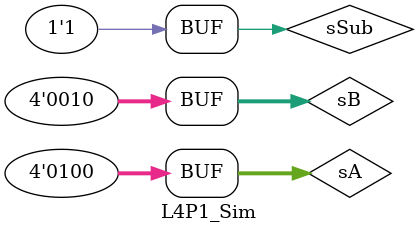
<source format=sv>
`timescale 1ns / 1ps


module L4P1_Sim();
    logic [3:0] sA, sB, sS;
    logic sSub, sError;
    
    L4P1_RCAError UUT (.A(sA),.B(sB),.S(sS),. Sub(sSub), .Error(sError));
    
    initial begin
    sA = 4'b0000;
    sB = 4'b0000;
    sSub = 0;
    #10;
    
    sA = 4'b0001;
    sB = 4'b0001;
    sSub = 0;
    #10;
    
    sA = 4'b1111;
    sB = 4'b1111;
    sSub = 0;
    #10;
    
    sA = 4'b0101;
    sB = 4'b0101;
    sSub = 0;
    #10;
    
    sA = 4'b0001;
    sB = 4'b0001;
    sSub = 1;
    #10;
    
    sA = 4'b0010;
    sB = 4'b0001;
    sSub = 1;
    #10;
    
    sA = 4'b0001;
    sB = 4'b1110;
    sSub = 1;
    #10;
    
    sA = 4'b0100;
    sB = 4'b0010;
    sSub = 1;
    #10;
    end
endmodule

</source>
